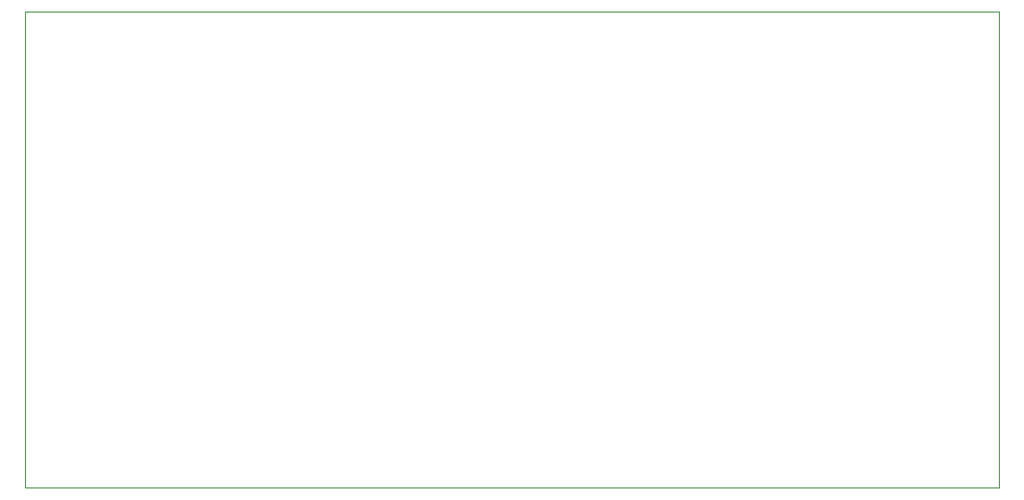
<source format=gbr>
G04 #@! TF.GenerationSoftware,KiCad,Pcbnew,(5.1.5)-3*
G04 #@! TF.CreationDate,2020-03-13T23:39:14-04:00*
G04 #@! TF.ProjectId,Power_Breakout,506f7765-725f-4427-9265-616b6f75742e,rev?*
G04 #@! TF.SameCoordinates,Original*
G04 #@! TF.FileFunction,Profile,NP*
%FSLAX46Y46*%
G04 Gerber Fmt 4.6, Leading zero omitted, Abs format (unit mm)*
G04 Created by KiCad (PCBNEW (5.1.5)-3) date 2020-03-13 23:39:14*
%MOMM*%
%LPD*%
G04 APERTURE LIST*
%ADD10C,0.050000*%
G04 APERTURE END LIST*
D10*
X117119400Y-120142000D02*
X117119400Y-161975800D01*
X202615800Y-120142000D02*
X117119400Y-120142000D01*
X202615800Y-161975800D02*
X202615800Y-120142000D01*
X117119400Y-161975800D02*
X202615800Y-161975800D01*
M02*

</source>
